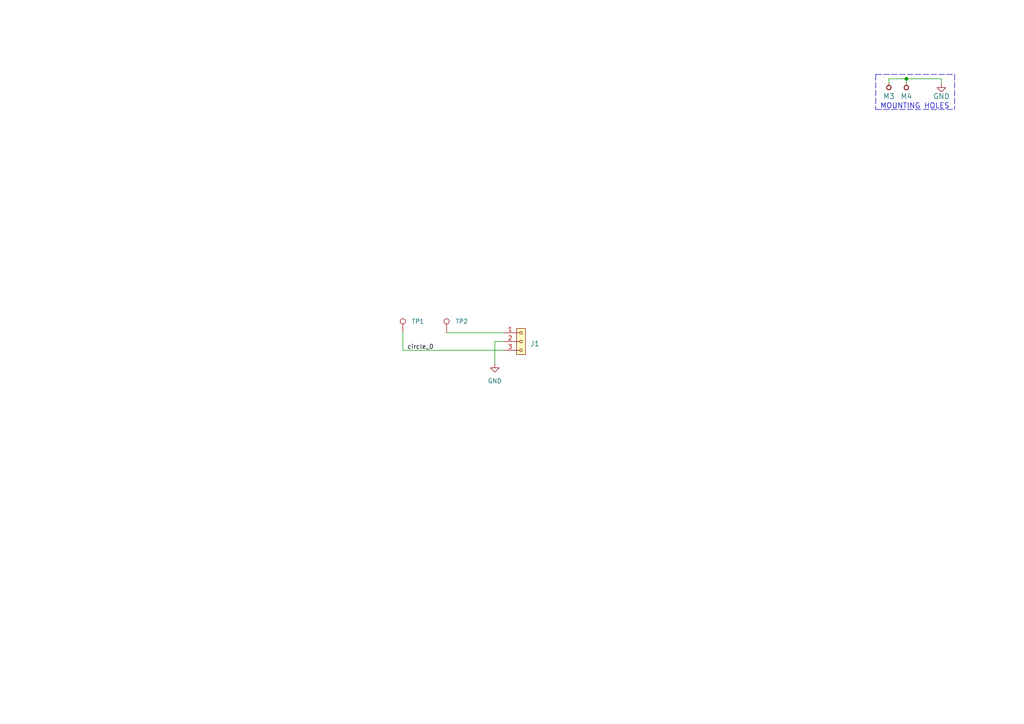
<source format=kicad_sch>
(kicad_sch (version 20211123) (generator eeschema)
  (paper "A4")
  (title_block (title "PINHOLDER01A") (date "2023-04-12") (rev "01A") (company "www.mlab.cz"))
  (lib_symbols
    (symbol "Connector:TestPoint" (pin_numbers hide) (pin_names (offset 0.762) hide)
      (property "Reference" "TP" (at 0 6.858 0))
      (property "Value" "TestPoint" (at 0 5.08 0))
      (symbol "TestPoint_0_1"
        (circle (center 0 3.302) (radius 0.762))
      )
      (symbol "TestPoint_1_1"
        (pin passive line (at 0 0 90) (length 2.54) (name "1") (number "1"))
      )
    )
    (symbol "MLAB_HEADER:HEADER_1x03" (pin_names (offset 1.016))
      (property "Reference" "J" (at 0 -5.08 0))
      (property "Value" "HEADER_1x03" (at 0 5.08 0))
      (symbol "HEADER_1x03_0_1"
        (rectangle (start -1.27 3.81) (end 1.27 -3.81) (fill (type background)))
        (circle (center 0 -2.54) (radius 0.381))
        (polyline (pts (xy -1.27 -2.54) (xy -0.381 -2.54)))
        (polyline (pts (xy -1.27 0) (xy -0.381 0)))
        (polyline (pts (xy -1.27 2.54) (xy -0.381 2.54)))
        (circle (center 0 0) (radius 0.381))
        (circle (center 0 2.54) (radius 0.381))
      )
      (symbol "HEADER_1x03_1_1"
        (pin input line (at -5.08 2.54 0) (length 3.81) (name "~") (number "1"))
        (pin input line (at -5.08 0 0) (length 3.81) (name "~") (number "2"))
        (pin input line (at -5.08 -2.54 0) (length 3.81) (name "~") (number "3"))
      )
    )
    (symbol "MLAB_MECHANICAL:HOLE" (pin_numbers hide) (pin_names (offset 1.016) hide)
      (property "Reference" "M" (at 0 2.54 0))
      (property "Value" "HOLE" (at 0 -2.54 0))
      (symbol "HOLE_0_1"
        (circle (center 0 0) (radius 0.635) (stroke (width 0.254)))
      )
      (symbol "HOLE_1_1"
        (pin input line (at 1.27 0 180) (length 0.635) (name "~") (number "1"))
      )
    )
    (symbol "power:GND" (power) (pin_names (offset 0))
      (property "Value" "GND" (at 0 -3.81 0))
      (symbol "GND_0_1"
        (polyline (pts (xy 0 0) (xy 0 -1.27) (xy 1.27 -1.27) (xy 0 -2.54) (xy -1.27 -1.27) (xy 0 -1.27)))
      )
      (symbol "GND_1_1"
        (pin power_in line (at 0 0 270) (length 0) hide (name "GND") (number "1"))
      )
    )
  )
  (junction (at 262.89 22.86))
  (wire (pts (xy 262.89 24.13) (xy 262.89 22.86)))
  (wire (pts (xy 143.51 99.06) (xy 143.51 105.41)))
  (wire (pts (xy 262.89 22.86) (xy 273.05 22.86)))
  (wire (pts (xy 116.84 101.6) (xy 146.05 101.6)))
  (polyline (pts (xy 254 31.75) (xy 276.86 31.75)) (stroke (width 0) (type dash)))
  (polyline (pts (xy 254 21.59) (xy 276.86 21.59)) (stroke (width 0) (type dash)))
  (wire (pts (xy 273.05 24.13) (xy 273.05 22.86)))
  (wire (pts (xy 129.54 96.52) (xy 146.05 96.52)))
  (wire (pts (xy 146.05 99.06) (xy 143.51 99.06)))
  (polyline (pts (xy 276.86 21.59) (xy 276.86 31.75)) (stroke (width 0) (type dash)))
  (wire (pts (xy 116.84 96.52) (xy 116.84 101.6)))
  (wire (pts (xy 257.81 24.13) (xy 257.81 22.86)))
  (wire (pts (xy 257.81 22.86) (xy 262.89 22.86)))
  (polyline (pts (xy 254 21.59) (xy 254 31.75)) (stroke (width 0) (type dash)))
  (text "MOUNTING HOLES" (at 255.27 31.75 0) (effects (font (size 1.524 1.524)) (justify left bottom)))
  (label "circle_0" (at 118.11 101.6 0))
  (symbol (lib_id "Connector:TestPoint") (at 116.84 96.52 0) (unit 1)
    (property "Reference" "TP1" (at 119.38 93.2179 0) (effects (justify left)))
    (property "Value" "TestPoint" (effects hide))
    (property "Footprint" "Mlab_CON:TestPoint_Pad_D0.5mm_noSilk" (effects hide))
    (property "Footprint" "Mlab_CON:TestPoint_Pad_D0.5mm_noSilk" (effects hide))
    (property "Value" "TestPoint" (effects hide))
  )
  (symbol (lib_id "MLAB_MECHANICAL:HOLE") (at 257.81 25.4 90) (unit 1)
    (property "Reference" "M3" (at 257.81 27.94 90) (effects (font (size 1.524 1.524))))
    (property "Value" "HOLE" (effects hide))
    (property "Footprint" "Mlab_Mechanical:MountingHole_3mm" (effects hide))
  )
  (symbol (lib_id "power:GND") (at 273.05 24.13 0) (unit 1)
    (property "Reference" "#PWR01" (effects hide))
    (property "Value" "GND" (at 273.05 27.94 0) (effects (font (size 1.524 1.524))))
  )
  (symbol (lib_id "MLAB_MECHANICAL:HOLE") (at 262.89 25.4 90) (unit 1)
    (property "Reference" "M4" (at 262.89 27.94 90) (effects (font (size 1.524 1.524))))
    (property "Value" "HOLE" (effects hide))
    (property "Footprint" "Mlab_Mechanical:MountingHole_3mm" (effects hide))
  )
  (symbol (lib_id "MLAB_HEADER:HEADER_1x03") (at 151.13 99.06 0) (unit 1)
    (property "Reference" "J1" (at 153.67 99.695 0) (effects (font (size 1.524 1.524)) (justify left)))
    (property "Value" "HEADER_1x03" (effects hide))
    (property "Footprint" "Connector_PinHeader_2.54mm:PinHeader_1x03_P2.54mm_Vertical_SMD_Pin1Left" (effects hide))
  )
  (symbol (lib_id "power:GND") (at 143.51 105.41 0) (unit 1)
    (property "Reference" "#PWR0101" (effects hide))
    (property "Value" "GND" (at 143.51 110.49 0))
  )
  (symbol (lib_id "Connector:TestPoint") (at 129.54 96.52 0) (unit 1)
    (property "Reference" "TP2" (at 132.08 93.2179 0) (effects (justify left)))
    (property "Value" "TestPoint" (effects hide))
    (property "Footprint" "TestPoint:TestPoint_Keystone_5019_Minature" (effects hide))
    (property "Footprint" "TestPoint:TestPoint_Keystone_5019_Minature" (effects hide))
    (property "Value" "TestPoint" (effects hide))
  )
)
</source>
